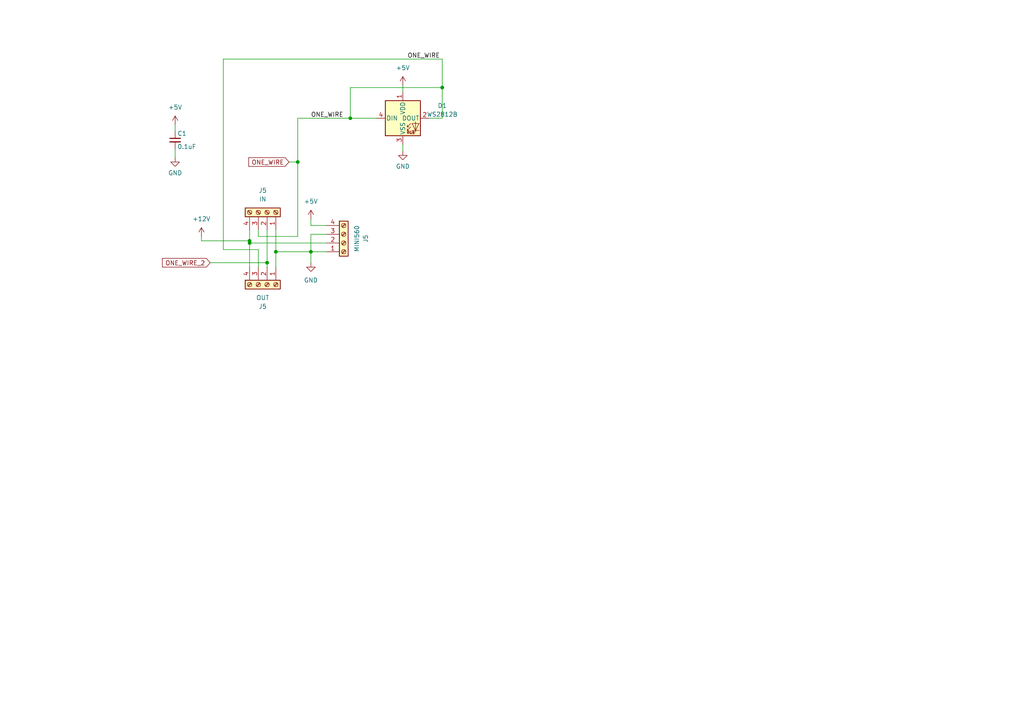
<source format=kicad_sch>
(kicad_sch (version 20230121) (generator eeschema)
  (paper "A4")
  (lib_symbols
    (symbol "Connector:Screw_Terminal_01x04" (pin_names (offset 1.016) hide)
      (property "Reference" "J" (at 0 5.08 0))
      (property "Value" "Screw_Terminal_01x04" (at 0 -7.62 0))
      (symbol "Screw_Terminal_01x04_1_1"
        (rectangle (start -1.27 3.81) (end 1.27 -6.35) (stroke (width 0.254)) (fill (type background)))
        (circle (center 0 -5.08) (radius 0.635) (stroke (width 0.1524)))
        (circle (center 0 -2.54) (radius 0.635) (stroke (width 0.1524)))
        (polyline (pts (xy -0.5334 -4.7498) (xy 0.3302 -5.588)) (stroke (width 0.1524)))
        (polyline (pts (xy -0.5334 -2.2098) (xy 0.3302 -3.048)) (stroke (width 0.1524)))
        (polyline (pts (xy -0.5334 0.3302) (xy 0.3302 -0.508)) (stroke (width 0.1524)))
        (polyline (pts (xy -0.5334 2.8702) (xy 0.3302 2.032)) (stroke (width 0.1524)))
        (polyline (pts (xy -0.3556 -4.572) (xy 0.508 -5.4102)) (stroke (width 0.1524)))
        (polyline (pts (xy -0.3556 -2.032) (xy 0.508 -2.8702)) (stroke (width 0.1524)))
        (polyline (pts (xy -0.3556 0.508) (xy 0.508 -0.3302)) (stroke (width 0.1524)))
        (polyline (pts (xy -0.3556 3.048) (xy 0.508 2.2098)) (stroke (width 0.1524)))
        (circle (center 0 0) (radius 0.635) (stroke (width 0.1524)))
        (circle (center 0 2.54) (radius 0.635) (stroke (width 0.1524)))
        (pin passive line (at -5.08 2.54 0) (length 3.81) (name "Pin_1") (number "1"))
        (pin passive line (at -5.08 0 0) (length 3.81) (name "Pin_2") (number "2"))
        (pin passive line (at -5.08 -2.54 0) (length 3.81) (name "Pin_3") (number "3"))
        (pin passive line (at -5.08 -5.08 0) (length 3.81) (name "Pin_4") (number "4"))
      )
    )
    (symbol "Device:C_Small" (pin_numbers hide) (pin_names (offset 0.254) hide)
      (property "Reference" "C" (at 0.254 1.778 0))
      (property "Value" "C_Small" (at 0.254 -2.032 0))
      (symbol "C_Small_0_1"
        (polyline (pts (xy -1.524 -0.508) (xy 1.524 -0.508)) (stroke (width 0.3302)))
        (polyline (pts (xy -1.524 0.508) (xy 1.524 0.508)) (stroke (width 0.3048)))
      )
      (symbol "C_Small_1_1"
        (pin passive line (at 0 2.54 270) (length 2.032) (name "~") (number "1"))
        (pin passive line (at 0 -2.54 90) (length 2.032) (name "~") (number "2"))
      )
    )
    (symbol "LED:WS2812B" (pin_names (offset 0.254))
      (property "Reference" "D" (at 5.08 5.715 0))
      (property "Value" "WS2812B" (at 1.27 -5.715 0))
      (symbol "WS2812B_0_0"
        (text "RGB" (at 2.286 -4.191 0) (effects (font (size 0.762 0.762))))
      )
      (symbol "WS2812B_0_1"
        (polyline (pts (xy 1.27 -3.556) (xy 1.778 -3.556)))
        (polyline (pts (xy 1.27 -2.54) (xy 1.778 -2.54)))
        (polyline (pts (xy 4.699 -3.556) (xy 2.667 -3.556)))
        (polyline (pts (xy 2.286 -2.54) (xy 1.27 -3.556) (xy 1.27 -3.048)))
        (polyline (pts (xy 2.286 -1.524) (xy 1.27 -2.54) (xy 1.27 -2.032)))
        (polyline (pts (xy 3.683 -1.016) (xy 3.683 -3.556) (xy 3.683 -4.064)))
        (polyline (pts (xy 4.699 -1.524) (xy 2.667 -1.524) (xy 3.683 -3.556) (xy 4.699 -1.524)))
        (rectangle (start 5.08 5.08) (end -5.08 -5.08) (stroke (width 0.254)) (fill (type background)))
      )
      (symbol "WS2812B_1_1"
        (pin power_in line (at 0 7.62 270) (length 2.54) (name "VDD") (number "1"))
        (pin output line (at 7.62 0 180) (length 2.54) (name "DOUT") (number "2"))
        (pin power_in line (at 0 -7.62 90) (length 2.54) (name "VSS") (number "3"))
        (pin input line (at -7.62 0 0) (length 2.54) (name "DIN") (number "4"))
      )
    )
    (symbol "power:+12V" (power) (pin_names (offset 0))
      (property "Value" "+12V" (at 0 3.556 0))
      (symbol "+12V_0_1"
        (polyline (pts (xy -0.762 1.27) (xy 0 2.54)))
        (polyline (pts (xy 0 0) (xy 0 2.54)))
        (polyline (pts (xy 0 2.54) (xy 0.762 1.27)))
      )
      (symbol "+12V_1_1"
        (pin power_in line (at 0 0 90) (length 0) hide (name "+12V") (number "1"))
      )
    )
    (symbol "power:+5V" (power) (pin_names (offset 0))
      (property "Value" "+5V" (at 0 3.556 0))
      (symbol "+5V_0_1"
        (polyline (pts (xy -0.762 1.27) (xy 0 2.54)))
        (polyline (pts (xy 0 0) (xy 0 2.54)))
        (polyline (pts (xy 0 2.54) (xy 0.762 1.27)))
      )
      (symbol "+5V_1_1"
        (pin power_in line (at 0 0 90) (length 0) hide (name "+5V") (number "1"))
      )
    )
    (symbol "power:GND" (power) (pin_names (offset 0))
      (property "Value" "GND" (at 0 -3.81 0))
      (symbol "GND_0_1"
        (polyline (pts (xy 0 0) (xy 0 -1.27) (xy 1.27 -1.27) (xy 0 -2.54) (xy -1.27 -1.27) (xy 0 -1.27)))
      )
      (symbol "GND_1_1"
        (pin power_in line (at 0 0 270) (length 0) hide (name "GND") (number "1"))
      )
    )
  )
  (junction (at 86.36 46.99))
  (junction (at 77.47 76.2))
  (junction (at 72.39 70.485))
  (junction (at 90.17 73.025))
  (junction (at 72.39 69.85))
  (junction (at 101.6 34.29))
  (junction (at 80.01 73.025))
  (junction (at 128.27 25.4))
  (wire (pts (xy 80.01 73.025) (xy 80.01 77.47)))
  (wire (pts (xy 72.39 70.485) (xy 94.615 70.485)))
  (wire (pts (xy 50.8 43.18) (xy 50.8 45.72)))
  (wire (pts (xy 86.36 34.29) (xy 101.6 34.29)))
  (wire (pts (xy 60.96 76.2) (xy 77.47 76.2)))
  (wire (pts (xy 72.39 69.85) (xy 72.39 70.485)))
  (wire (pts (xy 116.84 41.91) (xy 116.84 43.815)))
  (wire (pts (xy 83.82 46.99) (xy 86.36 46.99)))
  (wire (pts (xy 74.93 72.39) (xy 64.77 72.39)))
  (wire (pts (xy 90.17 73.025) (xy 90.17 76.2)))
  (wire (pts (xy 72.39 66.675) (xy 72.39 69.85)))
  (wire (pts (xy 64.77 72.39) (xy 64.77 17.145)))
  (wire (pts (xy 58.42 69.85) (xy 72.39 69.85)))
  (wire (pts (xy 77.47 76.2) (xy 77.47 77.47)))
  (wire (pts (xy 116.84 24.765) (xy 116.84 26.67)))
  (wire (pts (xy 90.17 63.5) (xy 90.17 65.405)))
  (wire (pts (xy 101.6 25.4) (xy 128.27 25.4)))
  (wire (pts (xy 124.46 34.29) (xy 128.27 34.29)))
  (wire (pts (xy 64.77 17.145) (xy 128.27 17.145)))
  (wire (pts (xy 86.36 68.58) (xy 86.36 46.99)))
  (wire (pts (xy 128.27 17.145) (xy 128.27 25.4)))
  (wire (pts (xy 74.93 68.58) (xy 86.36 68.58)))
  (wire (pts (xy 86.36 46.99) (xy 86.36 34.29)))
  (wire (pts (xy 101.6 34.29) (xy 109.22 34.29)))
  (wire (pts (xy 72.39 70.485) (xy 72.39 77.47)))
  (wire (pts (xy 58.42 68.58) (xy 58.42 69.85)))
  (wire (pts (xy 74.93 77.47) (xy 74.93 72.39)))
  (wire (pts (xy 90.17 73.025) (xy 94.615 73.025)))
  (wire (pts (xy 90.17 65.405) (xy 94.615 65.405)))
  (wire (pts (xy 90.17 67.945) (xy 90.17 73.025)))
  (wire (pts (xy 77.47 66.675) (xy 77.47 76.2)))
  (wire (pts (xy 50.8 36.195) (xy 50.8 38.1)))
  (wire (pts (xy 101.6 25.4) (xy 101.6 34.29)))
  (wire (pts (xy 94.615 67.945) (xy 90.17 67.945)))
  (wire (pts (xy 80.01 66.675) (xy 80.01 73.025)))
  (wire (pts (xy 74.93 66.675) (xy 74.93 68.58)))
  (wire (pts (xy 128.27 25.4) (xy 128.27 34.29)))
  (wire (pts (xy 80.01 73.025) (xy 90.17 73.025)))
  (label "ONE_WIRE" (at 118.1675 17.145 0))
  (label "ONE_WIRE" (at 90.17 34.29 0))
  (global_label "ONE_WIRE_2" (shape input) (at 60.96 76.2 180) (property "Intersheetrefs" "${INTERSHEET_REFS}" (effects hide)))
  (global_label "ONE_WIRE" (shape input) (at 83.82 46.99 180) (property "Intersheetrefs" "${INTERSHEET_REFS}" (effects hide)))
  (symbol (lib_id "power:GND") (at 50.8 45.72 0) (unit 1)
    (property "Reference" "#PWR06" (effects hide))
    (property "Value" "GND" (at 50.8 50.165 0))
    (instances (project "LED Matrix Display" (path "" (reference "#PWR06") (unit 1)) (path "" (reference "#PWR06") (unit 1)) (path "" (reference "#PWR04") (unit 1))))
  )
  (symbol (lib_id "power:+5V") (at 116.84 24.765 0) (unit 1)
    (property "Reference" "#PWR02" (effects hide))
    (property "Value" "+5V" (at 116.84 19.685 0))
  )
  (symbol (lib_id "Device:C_Small") (at 50.8 40.64 0) (unit 1)
    (property "Reference" "C1" (at 51.435 38.735 0) (effects (justify left)))
    (property "Value" "0.1uF" (at 51.435 42.545 0) (effects (justify left)))
    (property "Footprint" "Capacitor_SMD:C_0402_1005Metric" (effects hide))
  )
  (symbol (lib_id "Connector:Screw_Terminal_01x04") (at 77.47 82.55 270) (unit 1)
    (property "Reference" "J5" (at 76.2 88.9 90))
    (property "Value" "OUT" (at 76.2 86.36 90))
    (property "Footprint" "Connector_Molex:Molex_Micro-Fit_3.0_43650-0415_1x04_P3.00mm_Vertical" (effects hide))
    (instances (project "LED Matrix Display" (path "" (reference "J5") (unit 1)) (path "" (reference "J5") (unit 1)) (path "" (reference "J6") (unit 1))) (project "CAN_DISPLAY" (path "" (reference "J?") (unit 1))))
  )
  (symbol (lib_id "power:GND") (at 90.17 76.2 0) (unit 1)
    (property "Reference" "#PWR032" (effects hide))
    (property "Value" "GND" (at 90.17 81.28 0))
  )
  (symbol (lib_id "power:GND") (at 116.84 43.815 0) (unit 1)
    (property "Reference" "#PWR03" (effects hide))
    (property "Value" "GND" (at 116.84 48.26 0))
    (instances (project "LED Matrix Display" (path "" (reference "#PWR03") (unit 1)) (path "" (reference "#PWR03") (unit 1)) (path "" (reference "#PWR06") (unit 1))))
  )
  (symbol (lib_id "LED:WS2812B") (at 116.84 34.29 0) (unit 1)
    (property "Reference" "D1" (at 128.27 30.6421 0))
    (property "Value" "WS2812B" (at 128.27 33.1821 0))
    (property "Footprint" "LED_SMD:LED_WS2812B_PLCC4_5.0x5.0mm_P3.2mm" (effects hide))
    (property "Datasheet" "https://cdn-shop.adafruit.com/datasheets/WS2812B.pdf" (effects hide))
  )
  (symbol (lib_id "power:+5V") (at 90.17 63.5 0) (unit 1)
    (property "Reference" "#PWR02" (effects hide))
    (property "Value" "+5V" (at 90.17 58.42 0))
    (instances (project "LED Matrix Display" (path "" (reference "#PWR02") (unit 1)) (path "" (reference "#PWR02") (unit 1)) (path "" (reference "#PWR033") (unit 1))))
  )
  (symbol (lib_id "power:+5V") (at 50.8 36.195 0) (unit 1)
    (property "Reference" "#PWR04" (effects hide))
    (property "Value" "+5V" (at 50.8 31.115 0))
    (instances (project "LED Matrix Display" (path "" (reference "#PWR04") (unit 1)) (path "" (reference "#PWR04") (unit 1)) (path "" (reference "#PWR03") (unit 1))))
  )
  (symbol (lib_id "Connector:Screw_Terminal_01x04") (at 99.695 70.485 0) (mirror x) (unit 1)
    (property "Reference" "J5" (at 106.045 69.215 90))
    (property "Value" "MINI560" (at 103.505 69.215 90))
    (property "Footprint" "1Display:Mini560_DC_StepDown" (effects hide))
    (instances (project "LED Matrix Display" (path "" (reference "J5") (unit 1)) (path "" (reference "J5") (unit 1)) (path "" (reference "J7") (unit 1))) (project "CAN_DISPLAY" (path "" (reference "J?") (unit 1))))
  )
  (symbol (lib_id "power:+12V") (at 58.42 68.58 0) (unit 1)
    (property "Reference" "#PWR014" (effects hide))
    (property "Value" "+12V" (at 58.42 63.5 0))
    (instances (project "LED Matrix Display" (path "" (reference "#PWR014") (unit 1)) (path "" (reference "#PWR030") (unit 1))) (project "CAN_DISPLAY" (path "" (reference "#PWR070") (unit 1))))
  )
  (symbol (lib_id "Connector:Screw_Terminal_01x04") (at 77.47 61.595 270) (mirror x) (unit 1)
    (property "Reference" "J5" (at 76.2 55.245 90))
    (property "Value" "IN" (at 76.2 57.785 90))
    (property "Footprint" "Connector_Molex:Molex_Micro-Fit_3.0_43650-0415_1x04_P3.00mm_Vertical" (effects hide))
    (instances (project "LED Matrix Display" (path "" (reference "J5") (unit 1)) (path "" (reference "J5") (unit 1)) (path "" (reference "J4") (unit 1))) (project "CAN_DISPLAY" (path "" (reference "J?") (unit 1))))
  )
)
</source>
